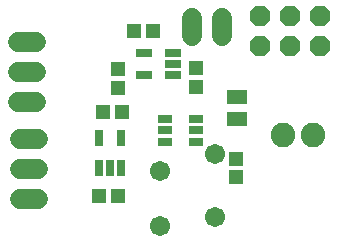
<source format=gbr>
G04 EAGLE Gerber X2 export*
%TF.Part,Single*%
%TF.FileFunction,Soldermask,Bot,1*%
%TF.FilePolarity,Positive*%
%TF.GenerationSoftware,Autodesk,EAGLE,9.2.2*%
%TF.CreationDate,2020-03-12T07:58:02Z*%
G75*
%MOMM*%
%FSLAX34Y34*%
%LPD*%
%INSoldermask Bottom*%
%AMOC8*
5,1,8,0,0,1.08239X$1,22.5*%
G01*
%ADD10C,2.078200*%
%ADD11R,1.253200X0.753200*%
%ADD12R,1.653200X1.253200*%
%ADD13R,1.203200X1.153200*%
%ADD14R,1.403200X0.803200*%
%ADD15R,1.153200X1.203200*%
%ADD16R,0.803200X1.403200*%
%ADD17C,1.727200*%
%ADD18P,1.869504X8X202.500000*%
%ADD19C,1.703200*%


D10*
X436118Y547116D03*
X461518Y547116D03*
D11*
X336250Y541680D03*
X336250Y551180D03*
X336250Y560680D03*
X362250Y560680D03*
X362250Y551180D03*
X362250Y541680D03*
D12*
X397510Y579730D03*
X397510Y560730D03*
D13*
X396240Y511430D03*
X396240Y527430D03*
D14*
X343208Y616814D03*
X343208Y607314D03*
X343208Y597814D03*
X318208Y597814D03*
X318208Y616814D03*
D13*
X362712Y588392D03*
X362712Y604392D03*
D15*
X326008Y635000D03*
X310008Y635000D03*
D13*
X296418Y587376D03*
X296418Y603376D03*
D16*
X299060Y519630D03*
X289560Y519630D03*
X280060Y519630D03*
X280060Y544630D03*
X299060Y544630D03*
D15*
X296290Y495300D03*
X280290Y495300D03*
X284100Y566420D03*
X300100Y566420D03*
D17*
X227330Y575310D02*
X212090Y575310D01*
X212090Y600710D02*
X227330Y600710D01*
X227330Y626110D02*
X212090Y626110D01*
X213360Y543560D02*
X228600Y543560D01*
X228600Y518160D02*
X213360Y518160D01*
X213360Y492760D02*
X228600Y492760D01*
D18*
X467614Y647700D03*
X467614Y622300D03*
X442214Y647700D03*
X442214Y622300D03*
X416814Y647700D03*
X416814Y622300D03*
D17*
X358902Y631444D02*
X358902Y646684D01*
X384302Y646684D02*
X384302Y631444D01*
D19*
X332486Y516890D03*
X331978Y470154D03*
X378460Y530860D03*
X378968Y477520D03*
M02*

</source>
